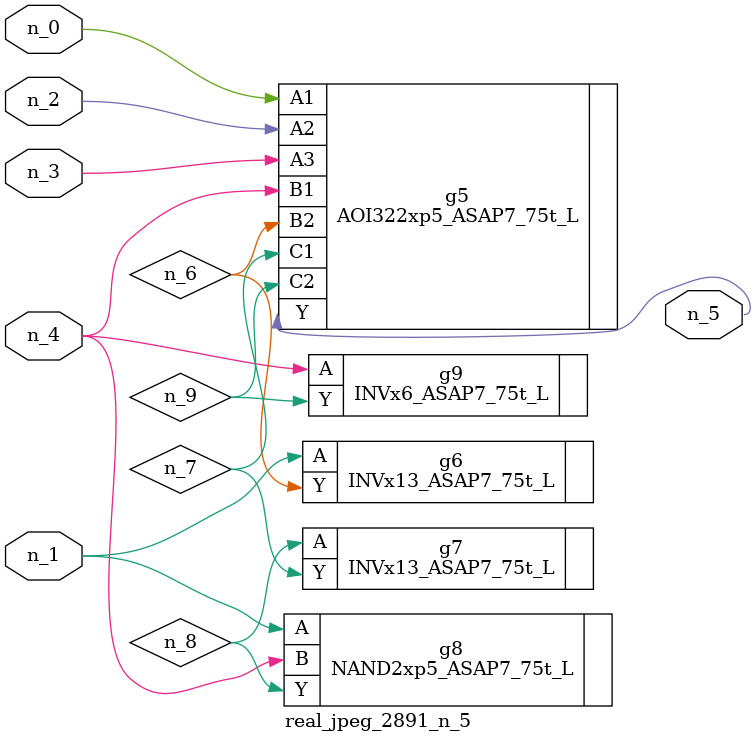
<source format=v>
module real_jpeg_2891_n_5 (n_4, n_0, n_1, n_2, n_3, n_5);

input n_4;
input n_0;
input n_1;
input n_2;
input n_3;

output n_5;

wire n_8;
wire n_6;
wire n_7;
wire n_9;

AOI322xp5_ASAP7_75t_L g5 ( 
.A1(n_0),
.A2(n_2),
.A3(n_3),
.B1(n_4),
.B2(n_6),
.C1(n_7),
.C2(n_9),
.Y(n_5)
);

INVx13_ASAP7_75t_L g6 ( 
.A(n_1),
.Y(n_6)
);

NAND2xp5_ASAP7_75t_L g8 ( 
.A(n_1),
.B(n_4),
.Y(n_8)
);

INVx6_ASAP7_75t_L g9 ( 
.A(n_4),
.Y(n_9)
);

INVx13_ASAP7_75t_L g7 ( 
.A(n_8),
.Y(n_7)
);


endmodule
</source>
